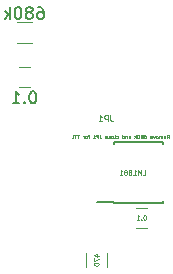
<source format=gbo>
G04 #@! TF.FileFunction,Legend,Bot*
%FSLAX46Y46*%
G04 Gerber Fmt 4.6, Leading zero omitted, Abs format (unit mm)*
G04 Created by KiCad (PCBNEW 4.0.7) date 06/10/18 23:46:38*
%MOMM*%
%LPD*%
G01*
G04 APERTURE LIST*
%ADD10C,0.100000*%
%ADD11C,0.075000*%
%ADD12C,0.120000*%
%ADD13C,0.150000*%
%ADD14C,0.125000*%
G04 APERTURE END LIST*
D10*
D11*
X178927427Y-115705714D02*
X179027427Y-115562857D01*
X179098855Y-115705714D02*
X179098855Y-115405714D01*
X178984570Y-115405714D01*
X178955998Y-115420000D01*
X178941713Y-115434286D01*
X178927427Y-115462857D01*
X178927427Y-115505714D01*
X178941713Y-115534286D01*
X178955998Y-115548571D01*
X178984570Y-115562857D01*
X179098855Y-115562857D01*
X178684570Y-115691429D02*
X178713141Y-115705714D01*
X178770284Y-115705714D01*
X178798855Y-115691429D01*
X178813141Y-115662857D01*
X178813141Y-115548571D01*
X178798855Y-115520000D01*
X178770284Y-115505714D01*
X178713141Y-115505714D01*
X178684570Y-115520000D01*
X178670284Y-115548571D01*
X178670284Y-115577143D01*
X178813141Y-115605714D01*
X178541712Y-115705714D02*
X178541712Y-115505714D01*
X178541712Y-115534286D02*
X178527427Y-115520000D01*
X178498855Y-115505714D01*
X178455998Y-115505714D01*
X178427427Y-115520000D01*
X178413141Y-115548571D01*
X178413141Y-115705714D01*
X178413141Y-115548571D02*
X178398855Y-115520000D01*
X178370284Y-115505714D01*
X178327427Y-115505714D01*
X178298855Y-115520000D01*
X178284570Y-115548571D01*
X178284570Y-115705714D01*
X178098855Y-115705714D02*
X178127427Y-115691429D01*
X178141712Y-115677143D01*
X178155998Y-115648571D01*
X178155998Y-115562857D01*
X178141712Y-115534286D01*
X178127427Y-115520000D01*
X178098855Y-115505714D01*
X178055998Y-115505714D01*
X178027427Y-115520000D01*
X178013141Y-115534286D01*
X177998855Y-115562857D01*
X177998855Y-115648571D01*
X178013141Y-115677143D01*
X178027427Y-115691429D01*
X178055998Y-115705714D01*
X178098855Y-115705714D01*
X177898855Y-115505714D02*
X177827426Y-115705714D01*
X177755998Y-115505714D01*
X177527427Y-115691429D02*
X177555998Y-115705714D01*
X177613141Y-115705714D01*
X177641712Y-115691429D01*
X177655998Y-115662857D01*
X177655998Y-115548571D01*
X177641712Y-115520000D01*
X177613141Y-115505714D01*
X177555998Y-115505714D01*
X177527427Y-115520000D01*
X177513141Y-115548571D01*
X177513141Y-115577143D01*
X177655998Y-115605714D01*
X177027427Y-115405714D02*
X177084570Y-115405714D01*
X177113141Y-115420000D01*
X177127427Y-115434286D01*
X177155998Y-115477143D01*
X177170284Y-115534286D01*
X177170284Y-115648571D01*
X177155998Y-115677143D01*
X177141713Y-115691429D01*
X177113141Y-115705714D01*
X177055998Y-115705714D01*
X177027427Y-115691429D01*
X177013141Y-115677143D01*
X176998856Y-115648571D01*
X176998856Y-115577143D01*
X177013141Y-115548571D01*
X177027427Y-115534286D01*
X177055998Y-115520000D01*
X177113141Y-115520000D01*
X177141713Y-115534286D01*
X177155998Y-115548571D01*
X177170284Y-115577143D01*
X176827427Y-115534286D02*
X176855999Y-115520000D01*
X176870284Y-115505714D01*
X176884570Y-115477143D01*
X176884570Y-115462857D01*
X176870284Y-115434286D01*
X176855999Y-115420000D01*
X176827427Y-115405714D01*
X176770284Y-115405714D01*
X176741713Y-115420000D01*
X176727427Y-115434286D01*
X176713142Y-115462857D01*
X176713142Y-115477143D01*
X176727427Y-115505714D01*
X176741713Y-115520000D01*
X176770284Y-115534286D01*
X176827427Y-115534286D01*
X176855999Y-115548571D01*
X176870284Y-115562857D01*
X176884570Y-115591429D01*
X176884570Y-115648571D01*
X176870284Y-115677143D01*
X176855999Y-115691429D01*
X176827427Y-115705714D01*
X176770284Y-115705714D01*
X176741713Y-115691429D01*
X176727427Y-115677143D01*
X176713142Y-115648571D01*
X176713142Y-115591429D01*
X176727427Y-115562857D01*
X176741713Y-115548571D01*
X176770284Y-115534286D01*
X176527428Y-115405714D02*
X176498856Y-115405714D01*
X176470285Y-115420000D01*
X176455999Y-115434286D01*
X176441713Y-115462857D01*
X176427428Y-115520000D01*
X176427428Y-115591429D01*
X176441713Y-115648571D01*
X176455999Y-115677143D01*
X176470285Y-115691429D01*
X176498856Y-115705714D01*
X176527428Y-115705714D01*
X176555999Y-115691429D01*
X176570285Y-115677143D01*
X176584570Y-115648571D01*
X176598856Y-115591429D01*
X176598856Y-115520000D01*
X176584570Y-115462857D01*
X176570285Y-115434286D01*
X176555999Y-115420000D01*
X176527428Y-115405714D01*
X176298856Y-115705714D02*
X176298856Y-115405714D01*
X176270285Y-115591429D02*
X176184571Y-115705714D01*
X176184571Y-115505714D02*
X176298856Y-115620000D01*
X175698857Y-115705714D02*
X175698857Y-115548571D01*
X175713143Y-115520000D01*
X175741714Y-115505714D01*
X175798857Y-115505714D01*
X175827428Y-115520000D01*
X175698857Y-115691429D02*
X175727428Y-115705714D01*
X175798857Y-115705714D01*
X175827428Y-115691429D01*
X175841714Y-115662857D01*
X175841714Y-115634286D01*
X175827428Y-115605714D01*
X175798857Y-115591429D01*
X175727428Y-115591429D01*
X175698857Y-115577143D01*
X175555999Y-115505714D02*
X175555999Y-115705714D01*
X175555999Y-115534286D02*
X175541714Y-115520000D01*
X175513142Y-115505714D01*
X175470285Y-115505714D01*
X175441714Y-115520000D01*
X175427428Y-115548571D01*
X175427428Y-115705714D01*
X175155999Y-115705714D02*
X175155999Y-115405714D01*
X175155999Y-115691429D02*
X175184570Y-115705714D01*
X175241713Y-115705714D01*
X175270285Y-115691429D01*
X175284570Y-115677143D01*
X175298856Y-115648571D01*
X175298856Y-115562857D01*
X175284570Y-115534286D01*
X175270285Y-115520000D01*
X175241713Y-115505714D01*
X175184570Y-115505714D01*
X175155999Y-115520000D01*
X174655999Y-115691429D02*
X174684570Y-115705714D01*
X174741713Y-115705714D01*
X174770285Y-115691429D01*
X174784570Y-115677143D01*
X174798856Y-115648571D01*
X174798856Y-115562857D01*
X174784570Y-115534286D01*
X174770285Y-115520000D01*
X174741713Y-115505714D01*
X174684570Y-115505714D01*
X174655999Y-115520000D01*
X174484570Y-115705714D02*
X174513142Y-115691429D01*
X174527427Y-115662857D01*
X174527427Y-115405714D01*
X174327427Y-115705714D02*
X174355999Y-115691429D01*
X174370284Y-115677143D01*
X174384570Y-115648571D01*
X174384570Y-115562857D01*
X174370284Y-115534286D01*
X174355999Y-115520000D01*
X174327427Y-115505714D01*
X174284570Y-115505714D01*
X174255999Y-115520000D01*
X174241713Y-115534286D01*
X174227427Y-115562857D01*
X174227427Y-115648571D01*
X174241713Y-115677143D01*
X174255999Y-115691429D01*
X174284570Y-115705714D01*
X174327427Y-115705714D01*
X174113141Y-115691429D02*
X174084570Y-115705714D01*
X174027427Y-115705714D01*
X173998855Y-115691429D01*
X173984570Y-115662857D01*
X173984570Y-115648571D01*
X173998855Y-115620000D01*
X174027427Y-115605714D01*
X174070284Y-115605714D01*
X174098855Y-115591429D01*
X174113141Y-115562857D01*
X174113141Y-115548571D01*
X174098855Y-115520000D01*
X174070284Y-115505714D01*
X174027427Y-115505714D01*
X173998855Y-115520000D01*
X173741713Y-115691429D02*
X173770284Y-115705714D01*
X173827427Y-115705714D01*
X173855998Y-115691429D01*
X173870284Y-115662857D01*
X173870284Y-115548571D01*
X173855998Y-115520000D01*
X173827427Y-115505714D01*
X173770284Y-115505714D01*
X173741713Y-115520000D01*
X173727427Y-115548571D01*
X173727427Y-115577143D01*
X173870284Y-115605714D01*
X173284570Y-115405714D02*
X173284570Y-115620000D01*
X173298856Y-115662857D01*
X173327427Y-115691429D01*
X173370284Y-115705714D01*
X173398856Y-115705714D01*
X173141713Y-115705714D02*
X173141713Y-115405714D01*
X173027428Y-115405714D01*
X172998856Y-115420000D01*
X172984571Y-115434286D01*
X172970285Y-115462857D01*
X172970285Y-115505714D01*
X172984571Y-115534286D01*
X172998856Y-115548571D01*
X173027428Y-115562857D01*
X173141713Y-115562857D01*
X172684571Y-115705714D02*
X172855999Y-115705714D01*
X172770285Y-115705714D02*
X172770285Y-115405714D01*
X172798856Y-115448571D01*
X172827428Y-115477143D01*
X172855999Y-115491429D01*
X172370286Y-115505714D02*
X172256000Y-115505714D01*
X172327428Y-115705714D02*
X172327428Y-115448571D01*
X172313143Y-115420000D01*
X172284571Y-115405714D01*
X172256000Y-115405714D01*
X172113142Y-115705714D02*
X172141714Y-115691429D01*
X172155999Y-115677143D01*
X172170285Y-115648571D01*
X172170285Y-115562857D01*
X172155999Y-115534286D01*
X172141714Y-115520000D01*
X172113142Y-115505714D01*
X172070285Y-115505714D01*
X172041714Y-115520000D01*
X172027428Y-115534286D01*
X172013142Y-115562857D01*
X172013142Y-115648571D01*
X172027428Y-115677143D01*
X172041714Y-115691429D01*
X172070285Y-115705714D01*
X172113142Y-115705714D01*
X171884570Y-115705714D02*
X171884570Y-115505714D01*
X171884570Y-115562857D02*
X171870285Y-115534286D01*
X171855999Y-115520000D01*
X171827428Y-115505714D01*
X171798856Y-115505714D01*
X171513143Y-115405714D02*
X171341714Y-115405714D01*
X171427428Y-115705714D02*
X171427428Y-115405714D01*
X171284572Y-115405714D02*
X171113143Y-115405714D01*
X171198857Y-115705714D02*
X171198857Y-115405714D01*
X170870286Y-115705714D02*
X171013143Y-115705714D01*
X171013143Y-115405714D01*
D12*
X177284000Y-123278000D02*
X176284000Y-123278000D01*
X176284000Y-121578000D02*
X177284000Y-121578000D01*
X167378000Y-111390800D02*
X166378000Y-111390800D01*
X166378000Y-109690800D02*
X167378000Y-109690800D01*
X173854000Y-126584000D02*
X173854000Y-125384000D01*
X172094000Y-125384000D02*
X172094000Y-126584000D01*
X167478000Y-105901600D02*
X166278000Y-105901600D01*
X166278000Y-107661600D02*
X167478000Y-107661600D01*
D13*
X174455000Y-121193000D02*
X174455000Y-121143000D01*
X178605000Y-121193000D02*
X178605000Y-121048000D01*
X178605000Y-116043000D02*
X178605000Y-116188000D01*
X174455000Y-116043000D02*
X174455000Y-116188000D01*
X174455000Y-121193000D02*
X178605000Y-121193000D01*
X174455000Y-116043000D02*
X178605000Y-116043000D01*
X174455000Y-121143000D02*
X173055000Y-121143000D01*
D10*
X177088761Y-122208952D02*
X177050666Y-122208952D01*
X177012571Y-122228000D01*
X176993523Y-122247048D01*
X176974476Y-122285143D01*
X176955428Y-122361333D01*
X176955428Y-122456571D01*
X176974476Y-122532762D01*
X176993523Y-122570857D01*
X177012571Y-122589905D01*
X177050666Y-122608952D01*
X177088761Y-122608952D01*
X177126857Y-122589905D01*
X177145904Y-122570857D01*
X177164952Y-122532762D01*
X177184000Y-122456571D01*
X177184000Y-122361333D01*
X177164952Y-122285143D01*
X177145904Y-122247048D01*
X177126857Y-122228000D01*
X177088761Y-122208952D01*
X176784000Y-122570857D02*
X176764952Y-122589905D01*
X176784000Y-122608952D01*
X176803048Y-122589905D01*
X176784000Y-122570857D01*
X176784000Y-122608952D01*
X176384000Y-122608952D02*
X176612572Y-122608952D01*
X176498286Y-122608952D02*
X176498286Y-122208952D01*
X176536381Y-122266095D01*
X176574476Y-122304190D01*
X176612572Y-122323238D01*
D13*
X167639905Y-111743181D02*
X167544666Y-111743181D01*
X167449428Y-111790800D01*
X167401809Y-111838419D01*
X167354190Y-111933657D01*
X167306571Y-112124133D01*
X167306571Y-112362229D01*
X167354190Y-112552705D01*
X167401809Y-112647943D01*
X167449428Y-112695562D01*
X167544666Y-112743181D01*
X167639905Y-112743181D01*
X167735143Y-112695562D01*
X167782762Y-112647943D01*
X167830381Y-112552705D01*
X167878000Y-112362229D01*
X167878000Y-112124133D01*
X167830381Y-111933657D01*
X167782762Y-111838419D01*
X167735143Y-111790800D01*
X167639905Y-111743181D01*
X166878000Y-112647943D02*
X166830381Y-112695562D01*
X166878000Y-112743181D01*
X166925619Y-112695562D01*
X166878000Y-112647943D01*
X166878000Y-112743181D01*
X165878000Y-112743181D02*
X166449429Y-112743181D01*
X166163715Y-112743181D02*
X166163715Y-111743181D01*
X166258953Y-111886038D01*
X166354191Y-111981276D01*
X166449429Y-112028895D01*
D14*
X174152666Y-113772190D02*
X174152666Y-114129333D01*
X174176476Y-114200762D01*
X174224095Y-114248381D01*
X174295523Y-114272190D01*
X174343142Y-114272190D01*
X173914571Y-114272190D02*
X173914571Y-113772190D01*
X173724095Y-113772190D01*
X173676476Y-113796000D01*
X173652667Y-113819810D01*
X173628857Y-113867429D01*
X173628857Y-113938857D01*
X173652667Y-113986476D01*
X173676476Y-114010286D01*
X173724095Y-114034095D01*
X173914571Y-114034095D01*
X173152667Y-114272190D02*
X173438381Y-114272190D01*
X173295524Y-114272190D02*
X173295524Y-113772190D01*
X173343143Y-113843619D01*
X173390762Y-113891238D01*
X173438381Y-113915048D01*
D10*
X172888286Y-125679239D02*
X173154952Y-125679239D01*
X172735905Y-125584001D02*
X173021619Y-125488762D01*
X173021619Y-125736382D01*
X172754952Y-125850667D02*
X172754952Y-126117334D01*
X173154952Y-125945905D01*
X172754952Y-126345905D02*
X172754952Y-126384000D01*
X172774000Y-126422095D01*
X172793048Y-126441143D01*
X172831143Y-126460190D01*
X172907333Y-126479238D01*
X173002571Y-126479238D01*
X173078762Y-126460190D01*
X173116857Y-126441143D01*
X173135905Y-126422095D01*
X173154952Y-126384000D01*
X173154952Y-126345905D01*
X173135905Y-126307809D01*
X173116857Y-126288762D01*
X173078762Y-126269714D01*
X173002571Y-126250666D01*
X172907333Y-126250666D01*
X172831143Y-126269714D01*
X172793048Y-126288762D01*
X172774000Y-126307809D01*
X172754952Y-126345905D01*
D13*
X168044666Y-104608381D02*
X168235143Y-104608381D01*
X168330381Y-104656000D01*
X168378000Y-104703619D01*
X168473238Y-104846476D01*
X168520857Y-105036952D01*
X168520857Y-105417905D01*
X168473238Y-105513143D01*
X168425619Y-105560762D01*
X168330381Y-105608381D01*
X168139904Y-105608381D01*
X168044666Y-105560762D01*
X167997047Y-105513143D01*
X167949428Y-105417905D01*
X167949428Y-105179810D01*
X167997047Y-105084571D01*
X168044666Y-105036952D01*
X168139904Y-104989333D01*
X168330381Y-104989333D01*
X168425619Y-105036952D01*
X168473238Y-105084571D01*
X168520857Y-105179810D01*
X167378000Y-105036952D02*
X167473238Y-104989333D01*
X167520857Y-104941714D01*
X167568476Y-104846476D01*
X167568476Y-104798857D01*
X167520857Y-104703619D01*
X167473238Y-104656000D01*
X167378000Y-104608381D01*
X167187523Y-104608381D01*
X167092285Y-104656000D01*
X167044666Y-104703619D01*
X166997047Y-104798857D01*
X166997047Y-104846476D01*
X167044666Y-104941714D01*
X167092285Y-104989333D01*
X167187523Y-105036952D01*
X167378000Y-105036952D01*
X167473238Y-105084571D01*
X167520857Y-105132190D01*
X167568476Y-105227429D01*
X167568476Y-105417905D01*
X167520857Y-105513143D01*
X167473238Y-105560762D01*
X167378000Y-105608381D01*
X167187523Y-105608381D01*
X167092285Y-105560762D01*
X167044666Y-105513143D01*
X166997047Y-105417905D01*
X166997047Y-105227429D01*
X167044666Y-105132190D01*
X167092285Y-105084571D01*
X167187523Y-105036952D01*
X166378000Y-104608381D02*
X166282761Y-104608381D01*
X166187523Y-104656000D01*
X166139904Y-104703619D01*
X166092285Y-104798857D01*
X166044666Y-104989333D01*
X166044666Y-105227429D01*
X166092285Y-105417905D01*
X166139904Y-105513143D01*
X166187523Y-105560762D01*
X166282761Y-105608381D01*
X166378000Y-105608381D01*
X166473238Y-105560762D01*
X166520857Y-105513143D01*
X166568476Y-105417905D01*
X166616095Y-105227429D01*
X166616095Y-104989333D01*
X166568476Y-104798857D01*
X166520857Y-104703619D01*
X166473238Y-104656000D01*
X166378000Y-104608381D01*
X165616095Y-105608381D02*
X165616095Y-104608381D01*
X165520857Y-105227429D02*
X165235142Y-105608381D01*
X165235142Y-104941714D02*
X165616095Y-105322667D01*
D10*
X176888666Y-118798952D02*
X177079142Y-118798952D01*
X177079142Y-118398952D01*
X176755332Y-118798952D02*
X176755332Y-118398952D01*
X176621999Y-118684667D01*
X176488665Y-118398952D01*
X176488665Y-118798952D01*
X176088665Y-118798952D02*
X176317237Y-118798952D01*
X176202951Y-118798952D02*
X176202951Y-118398952D01*
X176241046Y-118456095D01*
X176279141Y-118494190D01*
X176317237Y-118513238D01*
X175860094Y-118570381D02*
X175898189Y-118551333D01*
X175917237Y-118532286D01*
X175936285Y-118494190D01*
X175936285Y-118475143D01*
X175917237Y-118437048D01*
X175898189Y-118418000D01*
X175860094Y-118398952D01*
X175783904Y-118398952D01*
X175745808Y-118418000D01*
X175726761Y-118437048D01*
X175707713Y-118475143D01*
X175707713Y-118494190D01*
X175726761Y-118532286D01*
X175745808Y-118551333D01*
X175783904Y-118570381D01*
X175860094Y-118570381D01*
X175898189Y-118589429D01*
X175917237Y-118608476D01*
X175936285Y-118646571D01*
X175936285Y-118722762D01*
X175917237Y-118760857D01*
X175898189Y-118779905D01*
X175860094Y-118798952D01*
X175783904Y-118798952D01*
X175745808Y-118779905D01*
X175726761Y-118760857D01*
X175707713Y-118722762D01*
X175707713Y-118646571D01*
X175726761Y-118608476D01*
X175745808Y-118589429D01*
X175783904Y-118570381D01*
X175479142Y-118570381D02*
X175517237Y-118551333D01*
X175536285Y-118532286D01*
X175555333Y-118494190D01*
X175555333Y-118475143D01*
X175536285Y-118437048D01*
X175517237Y-118418000D01*
X175479142Y-118398952D01*
X175402952Y-118398952D01*
X175364856Y-118418000D01*
X175345809Y-118437048D01*
X175326761Y-118475143D01*
X175326761Y-118494190D01*
X175345809Y-118532286D01*
X175364856Y-118551333D01*
X175402952Y-118570381D01*
X175479142Y-118570381D01*
X175517237Y-118589429D01*
X175536285Y-118608476D01*
X175555333Y-118646571D01*
X175555333Y-118722762D01*
X175536285Y-118760857D01*
X175517237Y-118779905D01*
X175479142Y-118798952D01*
X175402952Y-118798952D01*
X175364856Y-118779905D01*
X175345809Y-118760857D01*
X175326761Y-118722762D01*
X175326761Y-118646571D01*
X175345809Y-118608476D01*
X175364856Y-118589429D01*
X175402952Y-118570381D01*
X174945809Y-118798952D02*
X175174381Y-118798952D01*
X175060095Y-118798952D02*
X175060095Y-118398952D01*
X175098190Y-118456095D01*
X175136285Y-118494190D01*
X175174381Y-118513238D01*
M02*

</source>
